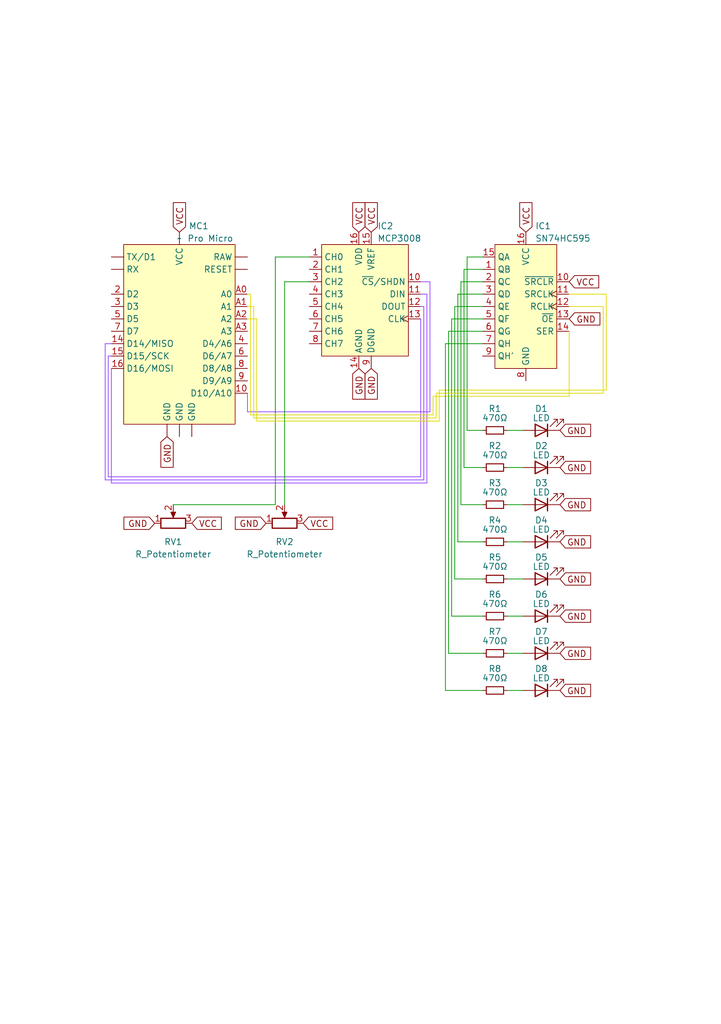
<source format=kicad_sch>
(kicad_sch (version 20230121) (generator eeschema)
  (paper "A5" portrait)
  (title_block (title "Running LEDs & SPI practice using MCP3008 and SN74HC595") (date "2023-10-29") (rev "1"))
  (lib_symbols
    (symbol "Device:LED" (pin_numbers hide) (pin_names (offset 1.016) hide)
      (property "Reference" "D" (at 0 2.54 0))
      (property "Value" "LED" (at 0 -2.54 0))
      (symbol "LED_0_1"
        (polyline (pts (xy -1.27 -1.27) (xy -1.27 1.27)) (stroke (width 0.254)))
        (polyline (pts (xy -1.27 0) (xy 1.27 0)))
        (polyline (pts (xy 1.27 -1.27) (xy 1.27 1.27) (xy -1.27 0) (xy 1.27 -1.27)) (stroke (width 0.254)))
        (polyline (pts (xy -3.048 -0.762) (xy -4.572 -2.286) (xy -3.81 -2.286) (xy -4.572 -2.286) (xy -4.572 -1.524)))
        (polyline (pts (xy -1.778 -0.762) (xy -3.302 -2.286) (xy -2.54 -2.286) (xy -3.302 -2.286) (xy -3.302 -1.524)))
      )
      (symbol "LED_1_1"
        (pin passive line (at -3.81 0 0) (length 2.54) (name "K") (number "1"))
        (pin passive line (at 3.81 0 180) (length 2.54) (name "A") (number "2"))
      )
    )
    (symbol "Device:R_Potentiometer" (pin_names (offset 1.016) hide)
      (property "Reference" "RV" (at -4.445 0 90))
      (property "Value" "R_Potentiometer" (at -2.54 0 90))
      (symbol "R_Potentiometer_0_1"
        (polyline (pts (xy 2.54 0) (xy 1.524 0)))
        (polyline (pts (xy 1.143 0) (xy 2.286 0.508) (xy 2.286 -0.508) (xy 1.143 0)) (fill (type outline)))
        (rectangle (start 1.016 2.54) (end -1.016 -2.54) (stroke (width 0.254)))
      )
      (symbol "R_Potentiometer_1_1"
        (pin passive line (at 0 3.81 270) (length 1.27) (name "1") (number "1"))
        (pin passive line (at 3.81 0 180) (length 1.27) (name "2") (number "2"))
        (pin passive line (at 0 -3.81 90) (length 1.27) (name "3") (number "3"))
      )
    )
    (symbol "Device:R_Small" (pin_numbers hide) (pin_names (offset 0.254) hide)
      (property "Reference" "R" (at 0.762 0.508 0))
      (property "Value" "R_Small" (at 0.762 -1.016 0))
      (symbol "R_Small_0_1"
        (rectangle (start -0.762 1.778) (end 0.762 -1.778) (stroke (width 0.2032)))
      )
      (symbol "R_Small_1_1"
        (pin passive line (at 0 2.54 270) (length 0.762) (name "~") (number "1"))
        (pin passive line (at 0 -2.54 90) (length 0.762) (name "~") (number "2"))
      )
    )
    (symbol "integrated-circuits:MCP3008"
      (property "Reference" "IC" (at -7.62 12.7 0))
      (property "Value" "MCP3008" (at 2.54 12.7 0))
      (symbol "MCP3008_1_1"
        (rectangle (start -8.89 11.43) (end 8.89 -11.43) (fill (type background)))
        (pin input line (at -11.43 8.89 0) (length 2.54) (name "CH0") (number "1"))
        (pin input line (at 11.43 3.81 180) (length 2.54) (name "~{CS}/SHDN") (number "10"))
        (pin input line (at 11.43 1.27 180) (length 2.54) (name "DIN") (number "11"))
        (pin output line (at 11.43 -1.27 180) (length 2.54) (name "DOUT") (number "12"))
        (pin input clock (at 11.43 -3.81 180) (length 2.54) (name "CLK") (number "13"))
        (pin power_in line (at -1.27 -13.97 90) (length 2.54) (name "AGND") (number "14"))
        (pin power_in line (at 1.27 13.97 270) (length 2.54) (name "VREF") (number "15"))
        (pin power_in line (at -1.27 13.97 270) (length 2.54) (name "VDD") (number "16"))
        (pin input line (at -11.43 6.35 0) (length 2.54) (name "CH1") (number "2"))
        (pin input line (at -11.43 3.81 0) (length 2.54) (name "CH2") (number "3"))
        (pin input line (at -11.43 1.27 0) (length 2.54) (name "CH3") (number "4"))
        (pin input line (at -11.43 -1.27 0) (length 2.54) (name "CH4") (number "5"))
        (pin input line (at -11.43 -3.81 0) (length 2.54) (name "CH5") (number "6"))
        (pin input line (at -11.43 -6.35 0) (length 2.54) (name "CH6") (number "7"))
        (pin input line (at -11.43 -8.89 0) (length 2.54) (name "CH7") (number "8"))
        (pin power_in line (at 1.27 -13.97 90) (length 2.54) (name "DGND") (number "9"))
      )
    )
    (symbol "integrated-circuits:SN74HC595"
      (property "Reference" "IC" (at -6.35 13.97 0))
      (property "Value" "SN74HC595" (at 6.35 13.97 0))
      (symbol "SN74HC595_0_1"
        (rectangle (start 0 12.7) (end 0 12.7))
      )
      (symbol "SN74HC595_1_1"
        (rectangle (start -6.35 12.7) (end 6.35 -12.7) (fill (type background)))
        (pin output line (at -8.89 7.62 0) (length 2.54) (name "QB") (number "1"))
        (pin input line (at 8.89 5.08 180) (length 2.54) (name "~{SRCLR}") (number "10"))
        (pin input clock (at 8.89 2.54 180) (length 2.54) (name "SRCLK") (number "11"))
        (pin input clock (at 8.89 0 180) (length 2.54) (name "RCLK") (number "12"))
        (pin input line (at 8.89 -2.54 180) (length 2.54) (name "~{OE}") (number "13"))
        (pin input line (at 8.89 -5.08 180) (length 2.54) (name "SER") (number "14"))
        (pin output line (at -8.89 10.16 0) (length 2.54) (name "QA") (number "15"))
        (pin power_in line (at 0 15.24 270) (length 2.54) (name "VCC") (number "16"))
        (pin output line (at -8.89 5.08 0) (length 2.54) (name "QC") (number "2"))
        (pin output line (at -8.89 2.54 0) (length 2.54) (name "QD") (number "3"))
        (pin output line (at -8.89 0 0) (length 2.54) (name "QE") (number "4"))
        (pin output line (at -8.89 -2.54 0) (length 2.54) (name "QF") (number "5"))
        (pin output line (at -8.89 -5.08 0) (length 2.54) (name "QG") (number "6"))
        (pin output line (at -8.89 -7.62 0) (length 2.54) (name "QH") (number "7"))
        (pin power_in line (at 0 -15.24 90) (length 2.54) (name "GND") (number "8"))
        (pin output line (at -8.89 -10.16 0) (length 2.54) (name "QH'") (number "9"))
      )
    )
    (symbol "microcontroller-boards:Pro_Micro"
      (property "Reference" "MC" (at -10.16 20.32 0))
      (symbol "Pro_Micro_1_0"
        (text "Pro Micro" (at 6.35 20.32 0) (effects (font (size 1.27 1.27))))
      )
      (symbol "Pro_Micro_1_1"
        (rectangle (start -11.43 19.05) (end 11.43 -17.78) (fill (type background)))
        (pin power_in line (at -2.54 -20.32 90) (length 2.54) (name "GND") (number ""))
        (pin power_in line (at 0 -20.32 90) (length 2.54) (name "GND") (number ""))
        (pin power_in line (at 2.54 -20.32 90) (length 2.54) (name "GND") (number ""))
        (pin power_in line (at 13.97 16.51 180) (length 2.54) (name "RAW") (number ""))
        (pin input line (at 13.97 13.97 180) (length 2.54) (name "RESET") (number ""))
        (pin input line (at -13.97 13.97 0) (length 2.54) (name "RX") (number ""))
        (pin output line (at -13.97 16.51 0) (length 2.54) (name "TX/D1") (number ""))
        (pin power_in line (at 0 21.59 270) (length 2.54) (name "VCC") (number ""))
        (pin input line (at 13.97 -11.43 180) (length 2.54) (name "D10/A10") (number "10"))
        (pin input line (at -13.97 -1.27 0) (length 2.54) (name "D14/MISO") (number "14"))
        (pin input line (at -13.97 -3.81 0) (length 2.54) (name "D15/SCK") (number "15"))
        (pin input line (at -13.97 -6.35 0) (length 2.54) (name "D16/MOSI") (number "16"))
        (pin input line (at -13.97 8.89 0) (length 2.54) (name "D2") (number "2"))
        (pin input line (at -13.97 6.35 0) (length 2.54) (name "D3") (number "3"))
        (pin input line (at 13.97 -1.27 180) (length 2.54) (name "D4/A6") (number "4"))
        (pin input line (at -13.97 3.81 0) (length 2.54) (name "D5") (number "5"))
        (pin input line (at 13.97 -3.81 180) (length 2.54) (name "D6/A7") (number "6"))
        (pin input line (at -13.97 1.27 0) (length 2.54) (name "D7") (number "7"))
        (pin input line (at 13.97 -6.35 180) (length 2.54) (name "D8/A8") (number "8"))
        (pin input line (at 13.97 -8.89 180) (length 2.54) (name "D9/A9") (number "9"))
        (pin input line (at 13.97 8.89 180) (length 2.54) (name "A0") (number "A0"))
        (pin input line (at 13.97 6.35 180) (length 2.54) (name "A1") (number "A1"))
        (pin input line (at 13.97 3.81 180) (length 2.54) (name "A2") (number "A2"))
        (pin input line (at 13.97 1.27 180) (length 2.54) (name "A3") (number "A3"))
      )
    )
  )
  (wire (pts (xy 22.225 97.79) (xy 22.225 73.025)) (stroke (width 0) (color 149 65 255 1)))
  (wire (pts (xy 91.44 141.605) (xy 99.06 141.605)))
  (wire (pts (xy 52.705 65.405) (xy 52.705 86.36)) (stroke (width 0) (color 223 217 0 1)))
  (wire (pts (xy 63.5 52.705) (xy 56.515 52.705)))
  (wire (pts (xy 95.885 88.265) (xy 99.06 88.265)))
  (wire (pts (xy 99.06 67.945) (xy 92.075 67.945)))
  (wire (pts (xy 88.265 84.455) (xy 88.265 57.785)) (stroke (width 0) (color 149 65 255 1)))
  (wire (pts (xy 51.435 60.325) (xy 50.8 60.325)) (stroke (width 0) (color 223 217 0 1)))
  (wire (pts (xy 93.98 111.125) (xy 99.06 111.125)))
  (wire (pts (xy 21.59 98.425) (xy 21.59 70.485)) (stroke (width 0) (color 149 65 255 1)))
  (wire (pts (xy 52.705 86.36) (xy 90.17 86.36)) (stroke (width 0) (color 223 217 0 1)))
  (wire (pts (xy 123.825 80.645) (xy 123.825 62.865)) (stroke (width 0) (color 223 217 0 1)))
  (wire (pts (xy 86.995 62.865) (xy 86.995 98.425)) (stroke (width 0) (color 149 65 255 1)))
  (wire (pts (xy 124.46 80.01) (xy 124.46 60.325)) (stroke (width 0) (color 223 217 0 1)))
  (wire (pts (xy 94.615 103.505) (xy 99.06 103.505)))
  (wire (pts (xy 21.59 70.485) (xy 22.86 70.485)) (stroke (width 0) (color 149 65 255 1)))
  (wire (pts (xy 88.9 81.28) (xy 88.9 85.09)) (stroke (width 0) (color 223 217 0 1)))
  (wire (pts (xy 89.535 80.645) (xy 123.825 80.645)) (stroke (width 0) (color 223 217 0 1)))
  (wire (pts (xy 50.8 65.405) (xy 52.705 65.405)) (stroke (width 0) (color 223 217 0 1)))
  (wire (pts (xy 86.36 60.325) (xy 87.63 60.325)) (stroke (width 0) (color 149 65 255 1)))
  (wire (pts (xy 124.46 60.325) (xy 116.84 60.325)) (stroke (width 0) (color 223 217 0 1)))
  (wire (pts (xy 92.075 67.945) (xy 92.075 133.985)))
  (wire (pts (xy 50.8 84.455) (xy 88.265 84.455)) (stroke (width 0) (color 149 65 255 1)))
  (wire (pts (xy 92.075 133.985) (xy 99.06 133.985)))
  (wire (pts (xy 51.435 85.09) (xy 51.435 60.325)) (stroke (width 0) (color 223 217 0 1)))
  (wire (pts (xy 99.06 65.405) (xy 92.71 65.405)))
  (wire (pts (xy 104.14 126.365) (xy 107.315 126.365)))
  (wire (pts (xy 88.265 57.785) (xy 86.36 57.785)) (stroke (width 0) (color 149 65 255 1)))
  (wire (pts (xy 91.44 70.485) (xy 91.44 141.605)))
  (wire (pts (xy 50.8 62.865) (xy 52.07 62.865)) (stroke (width 0) (color 223 217 0 1)))
  (wire (pts (xy 104.14 88.265) (xy 107.315 88.265)))
  (wire (pts (xy 99.06 52.705) (xy 95.885 52.705)))
  (wire (pts (xy 86.36 62.865) (xy 86.995 62.865)) (stroke (width 0) (color 149 65 255 1)))
  (wire (pts (xy 22.86 75.565) (xy 22.86 99.06)) (stroke (width 0) (color 149 65 255 1)))
  (wire (pts (xy 116.84 81.28) (xy 88.9 81.28)) (stroke (width 0) (color 223 217 0 1)))
  (wire (pts (xy 63.5 57.785) (xy 58.42 57.785)))
  (wire (pts (xy 104.14 141.605) (xy 107.315 141.605)))
  (wire (pts (xy 56.515 52.705) (xy 56.515 103.505)))
  (wire (pts (xy 22.225 73.025) (xy 22.86 73.025)) (stroke (width 0) (color 149 65 255 1)))
  (wire (pts (xy 52.07 62.865) (xy 52.07 85.725)) (stroke (width 0) (color 223 217 0 1)))
  (wire (pts (xy 104.14 133.985) (xy 107.315 133.985)))
  (wire (pts (xy 123.825 62.865) (xy 116.84 62.865)) (stroke (width 0) (color 223 217 0 1)))
  (wire (pts (xy 99.06 62.865) (xy 93.345 62.865)))
  (wire (pts (xy 86.36 65.405) (xy 86.36 97.79)) (stroke (width 0) (color 149 65 255 1)))
  (wire (pts (xy 93.98 60.325) (xy 93.98 111.125)))
  (wire (pts (xy 87.63 60.325) (xy 87.63 99.06)) (stroke (width 0) (color 149 65 255 1)))
  (wire (pts (xy 93.345 118.745) (xy 99.06 118.745)))
  (wire (pts (xy 86.36 97.79) (xy 22.225 97.79)) (stroke (width 0) (color 149 65 255 1)))
  (wire (pts (xy 93.345 62.865) (xy 93.345 118.745)))
  (wire (pts (xy 90.17 80.01) (xy 124.46 80.01)) (stroke (width 0) (color 223 217 0 1)))
  (wire (pts (xy 87.63 99.06) (xy 22.86 99.06)) (stroke (width 0) (color 149 65 255 1)))
  (wire (pts (xy 56.515 103.505) (xy 35.56 103.505)))
  (wire (pts (xy 88.9 85.09) (xy 51.435 85.09)) (stroke (width 0) (color 223 217 0 1)))
  (wire (pts (xy 86.995 98.425) (xy 21.59 98.425)) (stroke (width 0) (color 149 65 255 1)))
  (wire (pts (xy 99.06 57.785) (xy 94.615 57.785)))
  (wire (pts (xy 104.14 111.125) (xy 107.315 111.125)))
  (wire (pts (xy 94.615 57.785) (xy 94.615 103.505)))
  (wire (pts (xy 52.07 85.725) (xy 89.535 85.725)) (stroke (width 0) (color 223 217 0 1)))
  (wire (pts (xy 99.06 70.485) (xy 91.44 70.485)))
  (wire (pts (xy 99.06 55.245) (xy 95.25 55.245)))
  (wire (pts (xy 116.84 67.945) (xy 116.84 81.28)) (stroke (width 0) (color 223 217 0 1)))
  (wire (pts (xy 89.535 85.725) (xy 89.535 80.645)) (stroke (width 0) (color 223 217 0 1)))
  (wire (pts (xy 95.25 95.885) (xy 99.06 95.885)))
  (wire (pts (xy 104.14 118.745) (xy 107.315 118.745)))
  (wire (pts (xy 95.885 52.705) (xy 95.885 88.265)))
  (wire (pts (xy 104.14 103.505) (xy 107.315 103.505)))
  (wire (pts (xy 99.06 60.325) (xy 93.98 60.325)))
  (wire (pts (xy 104.14 95.885) (xy 107.315 95.885)))
  (wire (pts (xy 90.17 86.36) (xy 90.17 80.01)) (stroke (width 0) (color 223 217 0 1)))
  (wire (pts (xy 92.71 126.365) (xy 99.06 126.365)))
  (wire (pts (xy 50.8 80.645) (xy 50.8 84.455)) (stroke (width 0) (color 149 65 255 1)))
  (wire (pts (xy 95.25 55.245) (xy 95.25 95.885)))
  (wire (pts (xy 92.71 65.405) (xy 92.71 126.365)))
  (wire (pts (xy 58.42 57.785) (xy 58.42 103.505)))
  (global_label "VCC" (shape input) (at 107.95 47.625 90) (property "Intersheetrefs" "${INTERSHEET_REFS}" (effects hide)))
  (global_label "GND" (shape input) (at 34.29 89.535 270) (property "Intersheetrefs" "${INTERSHEET_REFS}" (effects hide)))
  (global_label "GND" (shape input) (at 114.935 95.885 0) (property "Intersheetrefs" "${INTERSHEET_REFS}" (effects hide)))
  (global_label "GND" (shape input) (at 114.935 126.365 0) (property "Intersheetrefs" "${INTERSHEET_REFS}" (effects hide)))
  (global_label "GND" (shape input) (at 114.935 118.745 0) (property "Intersheetrefs" "${INTERSHEET_REFS}" (effects hide)))
  (global_label "VCC" (shape input) (at 39.37 107.315 0) (property "Intersheetrefs" "${INTERSHEET_REFS}" (effects hide)))
  (global_label "VCC" (shape input) (at 73.66 47.625 90) (property "Intersheetrefs" "${INTERSHEET_REFS}" (effects hide)))
  (global_label "GND" (shape input) (at 114.935 88.265 0) (property "Intersheetrefs" "${INTERSHEET_REFS}" (effects hide)))
  (global_label "GND" (shape input) (at 114.935 103.505 0) (property "Intersheetrefs" "${INTERSHEET_REFS}" (effects hide)))
  (global_label "GND" (shape input) (at 114.935 141.605 0) (property "Intersheetrefs" "${INTERSHEET_REFS}" (effects hide)))
  (global_label "VCC" (shape input) (at 76.2 47.625 90) (property "Intersheetrefs" "${INTERSHEET_REFS}" (effects hide)))
  (global_label "VCC" (shape input) (at 36.83 47.625 90) (property "Intersheetrefs" "${INTERSHEET_REFS}" (effects hide)))
  (global_label "GND" (shape input) (at 116.84 65.405 0) (property "Intersheetrefs" "${INTERSHEET_REFS}" (effects hide)))
  (global_label "GND" (shape input) (at 76.2 75.565 270) (property "Intersheetrefs" "${INTERSHEET_REFS}" (effects hide)))
  (global_label "GND" (shape input) (at 54.61 107.315 180) (property "Intersheetrefs" "${INTERSHEET_REFS}" (effects hide)))
  (global_label "VCC" (shape input) (at 116.84 57.785 0) (property "Intersheetrefs" "${INTERSHEET_REFS}" (effects hide)))
  (global_label "VCC" (shape input) (at 62.23 107.315 0) (property "Intersheetrefs" "${INTERSHEET_REFS}" (effects hide)))
  (global_label "GND" (shape input) (at 114.935 133.985 0) (property "Intersheetrefs" "${INTERSHEET_REFS}" (effects hide)))
  (global_label "GND" (shape input) (at 73.66 75.565 270) (property "Intersheetrefs" "${INTERSHEET_REFS}" (effects hide)))
  (global_label "GND" (shape input) (at 114.935 111.125 0) (property "Intersheetrefs" "${INTERSHEET_REFS}" (effects hide)))
  (global_label "GND" (shape input) (at 31.75 107.315 180) (property "Intersheetrefs" "${INTERSHEET_REFS}" (effects hide)))
  (symbol (lib_id "Device:R_Small") (at 101.6 95.885 90) (unit 1)
    (property "Reference" "R2" (at 101.6 91.44 90))
    (property "Value" "470Ω" (at 101.6 93.345 90))
  )
  (symbol (lib_id "Device:R_Small") (at 101.6 133.985 90) (unit 1)
    (property "Reference" "R7" (at 101.6 129.54 90))
    (property "Value" "470Ω" (at 101.6 131.445 90))
  )
  (symbol (lib_id "Device:LED") (at 111.125 126.365 180) (unit 1)
    (property "Reference" "D6" (at 111.125 121.92 0))
    (property "Value" "LED" (at 111.125 123.825 0))
  )
  (symbol (lib_id "Device:R_Potentiometer") (at 58.42 107.315 90) (unit 1)
    (property "Reference" "RV2" (at 58.42 111.125 90))
    (property "Value" "R_Potentiometer" (at 58.42 113.665 90))
  )
  (symbol (lib_id "Device:R_Small") (at 101.6 141.605 90) (unit 1)
    (property "Reference" "R8" (at 101.6 137.16 90))
    (property "Value" "470Ω" (at 101.6 139.065 90))
  )
  (symbol (lib_id "Device:R_Small") (at 101.6 126.365 90) (unit 1)
    (property "Reference" "R6" (at 101.6 121.92 90))
    (property "Value" "470Ω" (at 101.6 123.825 90))
  )
  (symbol (lib_id "Device:R_Small") (at 101.6 103.505 90) (unit 1)
    (property "Reference" "R3" (at 101.6 99.06 90))
    (property "Value" "470Ω" (at 101.6 100.965 90))
  )
  (symbol (lib_id "integrated-circuits:SN74HC595") (at 107.95 62.865 0) (unit 1)
    (property "Reference" "IC1" (at 109.855 46.355 0) (effects (justify left)))
    (property "Value" "SN74HC595" (at 109.855 48.895 0) (effects (justify left)))
  )
  (symbol (lib_id "microcontroller-boards:Pro_Micro") (at 36.83 69.215 0) (unit 1)
    (property "Reference" "MC1" (at 38.735 46.355 0) (effects (justify left)))
    (property "Value" "~" (at 36.83 48.895 0))
  )
  (symbol (lib_id "Device:LED") (at 111.125 118.745 180) (unit 1)
    (property "Reference" "D5" (at 111.125 114.3 0))
    (property "Value" "LED" (at 111.125 116.205 0))
  )
  (symbol (lib_id "Device:R_Small") (at 101.6 111.125 90) (unit 1)
    (property "Reference" "R4" (at 101.6 106.68 90))
    (property "Value" "470Ω" (at 101.6 108.585 90))
  )
  (symbol (lib_id "Device:R_Small") (at 101.6 88.265 90) (unit 1)
    (property "Reference" "R1" (at 101.6 83.82 90))
    (property "Value" "470Ω" (at 101.6 85.725 90))
  )
  (symbol (lib_id "Device:LED") (at 111.125 133.985 180) (unit 1)
    (property "Reference" "D7" (at 111.125 129.54 0))
    (property "Value" "LED" (at 111.125 131.445 0))
  )
  (symbol (lib_id "Device:R_Small") (at 101.6 118.745 90) (unit 1)
    (property "Reference" "R5" (at 101.6 114.3 90))
    (property "Value" "470Ω" (at 101.6 116.205 90))
  )
  (symbol (lib_id "Device:LED") (at 111.125 88.265 180) (unit 1)
    (property "Reference" "D1" (at 111.125 83.82 0))
    (property "Value" "LED" (at 111.125 85.725 0))
  )
  (symbol (lib_id "Device:LED") (at 111.125 141.605 180) (unit 1)
    (property "Reference" "D8" (at 111.125 137.16 0))
    (property "Value" "LED" (at 111.125 139.065 0))
  )
  (symbol (lib_id "integrated-circuits:MCP3008") (at 74.93 61.595 0) (unit 1)
    (property "Reference" "IC2" (at 77.47 46.355 0) (effects (justify left)))
    (property "Value" "MCP3008" (at 77.47 48.895 0) (effects (justify left)))
  )
  (symbol (lib_id "Device:LED") (at 111.125 95.885 180) (unit 1)
    (property "Reference" "D2" (at 111.125 91.44 0))
    (property "Value" "LED" (at 111.125 93.345 0))
  )
  (symbol (lib_id "Device:LED") (at 111.125 111.125 180) (unit 1)
    (property "Reference" "D4" (at 111.125 106.68 0))
    (property "Value" "LED" (at 111.125 108.585 0))
  )
  (symbol (lib_id "Device:LED") (at 111.125 103.505 180) (unit 1)
    (property "Reference" "D3" (at 111.125 99.06 0))
    (property "Value" "LED" (at 111.125 100.965 0))
  )
  (symbol (lib_id "Device:R_Potentiometer") (at 35.56 107.315 90) (unit 1)
    (property "Reference" "RV1" (at 35.56 111.125 90))
    (property "Value" "R_Potentiometer" (at 35.56 113.665 90))
  )
)
</source>
